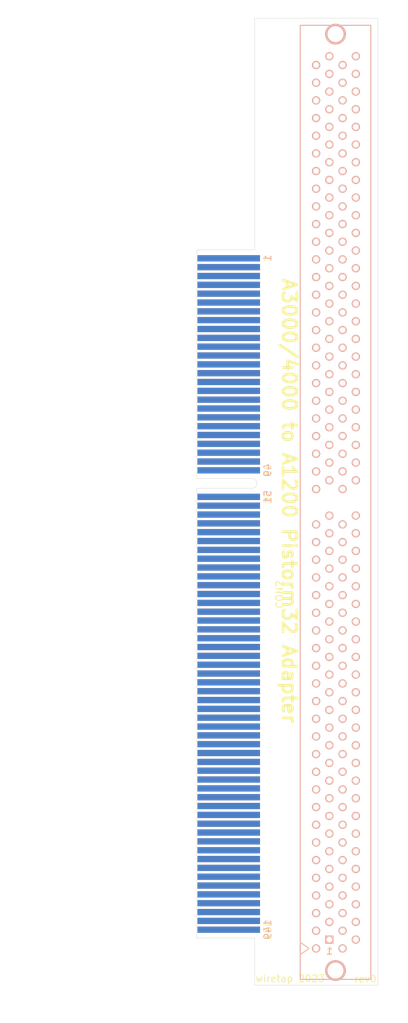
<source format=kicad_pcb>
(kicad_pcb (version 20171130) (host pcbnew "(5.1.6)-1")
  (layers (0 F.Cu signal) (1 "In1.Cu_(5V)" power) (2 "In2.Cu_(GND)" power) (31 B.Cu signal) (34 B.Paste user) (35 F.Paste user) (36 B.SilkS user) (37 F.SilkS user) (38 B.Mask user) (39 F.Mask user) (44 Edge.Cuts user))
  (net 0 "")
  (net 1 "Net-(CON1-Pad101)")
  (net 2 "Net-(CON1-Pad104)")
  (net 3 "Net-(CON1-Pad113)")
  (net 4 "Net-(CON1-Pad116)")
  (net 5 "Net-(CON1-Pad114)")
  (net 6 "Net-(CON1-Pad110)")
  (net 7 "Net-(CON1-Pad112)")
  (net 8 "Net-(CON1-Pad111)")
  (net 9 "Net-(CON1-Pad126)")
  (net 10 "Net-(CON1-Pad132)")
  (net 11 "Net-(CON1-Pad123)")
  (net 12 "Net-(CON1-Pad122)")
  (net 13 "Net-(CON1-Pad150)")
  (net 14 "Net-(CON1-Pad162)")
  (net 15 "Net-(CON1-Pad158)")
  (net 16 "Net-(CON1-Pad159)")
  (net 17 "Net-(CON1-Pad146)")
  (net 18 "Net-(CON1-Pad147)")
  (net 19 "Net-(CON1-Pad171)")
  (net 20 "Net-(CON1-Pad170)")
  (net 21 "Net-(CON1-Pad66)")
  (net 22 "Net-(CON1-Pad67)")
  (net 23 "Net-(CON1-Pad90)")
  (net 24 "Net-(CON1-Pad79)")
  (net 25 "Net-(CON1-Pad78)")
  (net 26 "Net-(CON1-Pad70)")
  (net 27 "Net-(CON1-Pad34)")
  (net 28 "Net-(CON1-Pad46)")
  (net 29 "Net-(CON1-Pad42)")
  (net 30 "Net-(CON1-Pad58)")
  (net 31 "Net-(CON1-Pad55)")
  (net 32 "Net-(CON1-Pad54)")
  (net 33 "Net-(CON1-Pad21)")
  (net 34 "Net-(CON1-Pad31)")
  (net 35 "Net-(CON1-Pad32)")
  (net 36 "Net-(CON1-Pad30)")
  (net 37 "Net-(CON1-Pad28)")
  (net 38 "Net-(CON1-Pad9)")
  (net 39 "Net-(CON1-Pad16)")
  (net 40 "Net-(CON1-Pad13)")
  (net 41 "Net-(CON2-Pad84)")
  (net 42 "Net-(CON2-Pad100)")
  (net 43 "Net-(CON2-Pad108)")
  (net 44 "Net-(CON2-Pad110)")
  (net 45 "Net-(CON2-Pad116)")
  (net 46 "Net-(CON2-Pad122)")
  (net 47 "Net-(CON2-Pad124)")
  (net 48 "Net-(CON2-Pad126)")
  (net 49 "Net-(CON2-Pad128)")
  (net 50 "Net-(CON2-Pad130)")
  (net 51 "Net-(CON2-Pad132)")
  (net 52 "Net-(CON2-Pad134)")
  (net 53 "Net-(CON2-Pad136)")
  (net 54 "Net-(CON2-Pad142)")
  (net 55 "Net-(CON2-Pad144)")
  (net 56 "Net-(CON2-Pad148)")
  (net 57 "Net-(CON2-Pad150)")
  (net 58 "Net-(CON2-Pad129)")
  (net 59 "Net-(CON2-Pad141)")
  (net 60 "Net-(CON2-Pad127)")
  (net 61 "Net-(CON2-Pad131)")
  (net 62 "Net-(CON2-Pad143)")
  (net 63 "Net-(CON2-Pad135)")
  (net 64 "Net-(CON2-Pad147)")
  (net 65 "Net-(CON2-Pad133)")
  (net 66 "Net-(CON2-Pad145)")
  (net 67 "Net-(CON2-Pad149)")
  (net 68 "Net-(CON2-Pad109)")
  (net 69 "Net-(CON2-Pad95)")
  (net 70 "Net-(CON2-Pad107)")
  (net 71 "Net-(CON2-Pad123)")
  (net 72 "Net-(CON2-Pad121)")
  (net 73 "Net-(CON2-Pad117)")
  (net 74 "Net-(CON2-Pad125)")
  (net 75 +5V)
  (net 76 /RMC)
  (net 77 /BG)
  (net 78 GND)
  (net 79 /FC2)
  (net 80 /IPL2)
  (net 81 /SIZ1)
  (net 82 /SIZ0)
  (net 83 /IPL1)
  (net 84 /IPL0)
  (net 85 /RESET)
  (net 86 /D28)
  (net 87 /D12)
  (net 88 /D11)
  (net 89 /D27)
  (net 90 /D25)
  (net 91 /D9)
  (net 92 /D10)
  (net 93 /D26)
  (net 94 /D30)
  (net 95 /D14)
  (net 96 /D13)
  (net 97 /D29)
  (net 98 /D31)
  (net 99 /D15)
  (net 100 /FPUCS)
  (net 101 /OCS)
  (net 102 /AS)
  (net 103 /CPUCLK)
  (net 104 /D16)
  (net 105 /D0)
  (net 106 /D1)
  (net 107 /D17)
  (net 108 /D19)
  (net 109 /D3)
  (net 110 /D2)
  (net 111 /D18)
  (net 112 /D22)
  (net 113 /D6)
  (net 114 /D7)
  (net 115 /D23)
  (net 116 /D21)
  (net 117 /D5)
  (net 118 /D4)
  (net 119 /D20)
  (net 120 /D24)
  (net 121 /D8)
  (net 122 /A24)
  (net 123 /A16)
  (net 124 /A21)
  (net 125 /A29)
  (net 126 /A30)
  (net 127 /A22)
  (net 128 /DSACK0)
  (net 129 /DS)
  (net 130 /ECS)
  (net 131 /A31)
  (net 132 /A23)
  (net 133 /A19)
  (net 134 /A27)
  (net 135 /INT2)
  (net 136 /A28)
  (net 137 /A20)
  (net 138 /A18)
  (net 139 /A26)
  (net 140 /A25)
  (net 141 /A17)
  (net 142 /A8)
  (net 143 /A0)
  (net 144 /A1)
  (net 145 /A9)
  (net 146 /A11)
  (net 147 /A3)
  (net 148 /A2)
  (net 149 /A10)
  (net 150 /INT6)
  (net 151 /A14)
  (net 152 /A6)
  (net 153 /A7)
  (net 154 /A15)
  (net 155 /A13)
  (net 156 /A5)
  (net 157 /A4)
  (net 158 /A12)
  (net 159 /BOSS)
  (net 160 /FC0)
  (net 161 /FC1)
  (net 162 /BERR)
  (net 163 /BR)
  (net 164 /AVEC)
  (net 165 /RW)
  (net 166 /BGACK)
  (net 167 /HLT)
  (net 168 /DSACK1)
  (net 169 /RST)
  (module SamacSys_Parts:KEL-8817-200-170S-F (layer B.Cu) (at 158.8008 96.1136 270)
    (fp_text reference CON1 hide)
    (fp_text value A3000_A4000_LOCAL_BUS_SLOT hide)
    (fp_line (start 64.135 3.81) (end 63.246 5.08) (layer B.SilkS) (width 0.15))
    (fp_line (start 63.246 5.08) (end 65.024 5.08) (layer B.SilkS) (width 0.15))
    (fp_line (start 65.024 5.08) (end 64.135 3.81) (layer B.SilkS) (width 0.15))
    (fp_line (start -68.58 5.08) (end 68.58 5.08) (layer B.SilkS) (width 0.15))
    (fp_line (start 68.58 5.08) (end 68.58 -5.08) (layer B.SilkS) (width 0.15))
    (fp_line (start 68.58 -5.08) (end -68.58 -5.08) (layer B.SilkS) (width 0.15))
    (fp_line (start -68.58 -5.08) (end -68.58 5.08) (layer B.SilkS) (width 0.15))
    (pad 103 thru_hole circle (at -3.175 -2.921 270) (size 1.2 1.2) (drill 0.8) (layers *.Cu *.Mask B.SilkS) (net 75 +5V))
    (pad 101 thru_hole circle (at -3.175 0.889 270) (size 1.2 1.2) (drill 0.8) (layers *.Cu *.Mask B.SilkS) (net 1 "Net-(CON1-Pad101)"))
    (pad 104 thru_hole circle (at -1.905 -1.016 270) (size 1.2 1.2) (drill 0.8) (layers *.Cu *.Mask B.SilkS) (net 2 "Net-(CON1-Pad104)"))
    (pad 102 thru_hole circle (at -1.905 2.794 270) (size 1.2 1.2) (drill 0.8) (layers *.Cu *.Mask B.SilkS) (net 75 +5V))
    (pad 106 thru_hole circle (at -4.445 2.794 270) (size 1.2 1.2) (drill 0.8) (layers *.Cu *.Mask B.SilkS) (net 75 +5V))
    (pad 108 thru_hole circle (at -4.445 -1.016 270) (size 1.2 1.2) (drill 0.8) (layers *.Cu *.Mask B.SilkS) (net 76 /RMC))
    (pad 105 thru_hole circle (at -5.715 0.889 270) (size 1.2 1.2) (drill 0.8) (layers *.Cu *.Mask B.SilkS) (net 77 /BG))
    (pad 107 thru_hole circle (at -5.715 -2.921 270) (size 1.2 1.2) (drill 0.8) (layers *.Cu *.Mask B.SilkS) (net 75 +5V))
    (pad 115 thru_hole circle (at -10.795 -2.921 270) (size 1.2 1.2) (drill 0.8) (layers *.Cu *.Mask B.SilkS) (net 78 GND))
    (pad 113 thru_hole circle (at -10.795 0.889 270) (size 1.2 1.2) (drill 0.8) (layers *.Cu *.Mask B.SilkS) (net 3 "Net-(CON1-Pad113)"))
    (pad 116 thru_hole circle (at -9.525 -1.016 270) (size 1.2 1.2) (drill 0.8) (layers *.Cu *.Mask B.SilkS) (net 4 "Net-(CON1-Pad116)"))
    (pad 114 thru_hole circle (at -9.525 2.794 270) (size 1.2 1.2) (drill 0.8) (layers *.Cu *.Mask B.SilkS) (net 5 "Net-(CON1-Pad114)"))
    (pad 110 thru_hole circle (at -6.985 2.794 270) (size 1.2 1.2) (drill 0.8) (layers *.Cu *.Mask B.SilkS) (net 6 "Net-(CON1-Pad110)"))
    (pad 112 thru_hole circle (at -6.985 -1.016 270) (size 1.2 1.2) (drill 0.8) (layers *.Cu *.Mask B.SilkS) (net 7 "Net-(CON1-Pad112)"))
    (pad 109 thru_hole circle (at -8.255 0.889 270) (size 1.2 1.2) (drill 0.8) (layers *.Cu *.Mask B.SilkS) (net 169 /RST))
    (pad 111 thru_hole circle (at -8.255 -2.921 270) (size 1.2 1.2) (drill 0.8) (layers *.Cu *.Mask B.SilkS) (net 8 "Net-(CON1-Pad111)"))
    (pad 127 thru_hole circle (at -18.415 -2.921 270) (size 1.2 1.2) (drill 0.8) (layers *.Cu *.Mask B.SilkS) (net 78 GND))
    (pad 125 thru_hole circle (at -18.415 0.889 270) (size 1.2 1.2) (drill 0.8) (layers *.Cu *.Mask B.SilkS) (net 79 /FC2))
    (pad 128 thru_hole circle (at -17.145 -1.016 270) (size 1.2 1.2) (drill 0.8) (layers *.Cu *.Mask B.SilkS) (net 80 /IPL2))
    (pad 126 thru_hole circle (at -17.145 2.794 270) (size 1.2 1.2) (drill 0.8) (layers *.Cu *.Mask B.SilkS) (net 9 "Net-(CON1-Pad126)"))
    (pad 130 thru_hole circle (at -19.685 2.794 270) (size 1.2 1.2) (drill 0.8) (layers *.Cu *.Mask B.SilkS) (net 78 GND))
    (pad 132 thru_hole circle (at -19.685 -1.016 270) (size 1.2 1.2) (drill 0.8) (layers *.Cu *.Mask B.SilkS) (net 10 "Net-(CON1-Pad132)"))
    (pad 129 thru_hole circle (at -20.955 0.889 270) (size 1.2 1.2) (drill 0.8) (layers *.Cu *.Mask B.SilkS) (net 81 /SIZ1))
    (pad 131 thru_hole circle (at -20.955 -2.921 270) (size 1.2 1.2) (drill 0.8) (layers *.Cu *.Mask B.SilkS) (net 78 GND))
    (pad 123 thru_hole circle (at -15.875 -2.921 270) (size 1.2 1.2) (drill 0.8) (layers *.Cu *.Mask B.SilkS) (net 11 "Net-(CON1-Pad123)"))
    (pad 121 thru_hole circle (at -15.875 0.889 270) (size 1.2 1.2) (drill 0.8) (layers *.Cu *.Mask B.SilkS) (net 82 /SIZ0))
    (pad 124 thru_hole circle (at -14.605 -1.016 270) (size 1.2 1.2) (drill 0.8) (layers *.Cu *.Mask B.SilkS) (net 83 /IPL1))
    (pad 122 thru_hole circle (at -14.605 2.794 270) (size 1.2 1.2) (drill 0.8) (layers *.Cu *.Mask B.SilkS) (net 12 "Net-(CON1-Pad122)"))
    (pad 118 thru_hole circle (at -12.065 2.794 270) (size 1.2 1.2) (drill 0.8) (layers *.Cu *.Mask B.SilkS) (net 78 GND))
    (pad 120 thru_hole circle (at -12.065 -1.016 270) (size 1.2 1.2) (drill 0.8) (layers *.Cu *.Mask B.SilkS) (net 84 /IPL0))
    (pad 117 thru_hole circle (at -13.335 0.889 270) (size 1.2 1.2) (drill 0.8) (layers *.Cu *.Mask B.SilkS) (net 85 /RESET))
    (pad 119 thru_hole circle (at -13.335 -2.921 270) (size 1.2 1.2) (drill 0.8) (layers *.Cu *.Mask B.SilkS) (net 78 GND))
    (pad 151 thru_hole circle (at -33.655 -2.921 270) (size 1.2 1.2) (drill 0.8) (layers *.Cu *.Mask B.SilkS) (net 78 GND))
    (pad 149 thru_hole circle (at -33.655 0.889 270) (size 1.2 1.2) (drill 0.8) (layers *.Cu *.Mask B.SilkS) (net 86 /D28))
    (pad 152 thru_hole circle (at -32.385 -1.016 270) (size 1.2 1.2) (drill 0.8) (layers *.Cu *.Mask B.SilkS) (net 87 /D12))
    (pad 150 thru_hole circle (at -32.385 2.794 270) (size 1.2 1.2) (drill 0.8) (layers *.Cu *.Mask B.SilkS) (net 13 "Net-(CON1-Pad150)"))
    (pad 154 thru_hole circle (at -34.925 2.794 270) (size 1.2 1.2) (drill 0.8) (layers *.Cu *.Mask B.SilkS) (net 78 GND))
    (pad 156 thru_hole circle (at -34.925 -1.016 270) (size 1.2 1.2) (drill 0.8) (layers *.Cu *.Mask B.SilkS) (net 88 /D11))
    (pad 153 thru_hole circle (at -36.195 0.889 270) (size 1.2 1.2) (drill 0.8) (layers *.Cu *.Mask B.SilkS) (net 89 /D27))
    (pad 155 thru_hole circle (at -36.195 -2.921 270) (size 1.2 1.2) (drill 0.8) (layers *.Cu *.Mask B.SilkS) (net 78 GND))
    (pad 163 thru_hole circle (at -41.275 -2.921 270) (size 1.2 1.2) (drill 0.8) (layers *.Cu *.Mask B.SilkS) (net 78 GND))
    (pad 161 thru_hole circle (at -41.275 0.889 270) (size 1.2 1.2) (drill 0.8) (layers *.Cu *.Mask B.SilkS) (net 90 /D25))
    (pad 164 thru_hole circle (at -40.005 -1.016 270) (size 1.2 1.2) (drill 0.8) (layers *.Cu *.Mask B.SilkS) (net 91 /D9))
    (pad 162 thru_hole circle (at -40.005 2.794 270) (size 1.2 1.2) (drill 0.8) (layers *.Cu *.Mask B.SilkS) (net 14 "Net-(CON1-Pad162)"))
    (pad 158 thru_hole circle (at -37.465 2.794 270) (size 1.2 1.2) (drill 0.8) (layers *.Cu *.Mask B.SilkS) (net 15 "Net-(CON1-Pad158)"))
    (pad 160 thru_hole circle (at -37.465 -1.016 270) (size 1.2 1.2) (drill 0.8) (layers *.Cu *.Mask B.SilkS) (net 92 /D10))
    (pad 157 thru_hole circle (at -38.735 0.889 270) (size 1.2 1.2) (drill 0.8) (layers *.Cu *.Mask B.SilkS) (net 93 /D26))
    (pad 159 thru_hole circle (at -38.735 -2.921 270) (size 1.2 1.2) (drill 0.8) (layers *.Cu *.Mask B.SilkS) (net 16 "Net-(CON1-Pad159)"))
    (pad 143 thru_hole circle (at -28.575 -2.921 270) (size 1.2 1.2) (drill 0.8) (layers *.Cu *.Mask B.SilkS) (net 78 GND))
    (pad 141 thru_hole circle (at -28.575 0.889 270) (size 1.2 1.2) (drill 0.8) (layers *.Cu *.Mask B.SilkS) (net 94 /D30))
    (pad 144 thru_hole circle (at -27.305 -1.016 270) (size 1.2 1.2) (drill 0.8) (layers *.Cu *.Mask B.SilkS) (net 95 /D14))
    (pad 142 thru_hole circle (at -27.305 2.794 270) (size 1.2 1.2) (drill 0.8) (layers *.Cu *.Mask B.SilkS) (net 78 GND))
    (pad 146 thru_hole circle (at -29.845 2.794 270) (size 1.2 1.2) (drill 0.8) (layers *.Cu *.Mask B.SilkS) (net 17 "Net-(CON1-Pad146)"))
    (pad 148 thru_hole circle (at -29.845 -1.016 270) (size 1.2 1.2) (drill 0.8) (layers *.Cu *.Mask B.SilkS) (net 96 /D13))
    (pad 145 thru_hole circle (at -31.115 0.889 270) (size 1.2 1.2) (drill 0.8) (layers *.Cu *.Mask B.SilkS) (net 97 /D29))
    (pad 147 thru_hole circle (at -31.115 -2.921 270) (size 1.2 1.2) (drill 0.8) (layers *.Cu *.Mask B.SilkS) (net 18 "Net-(CON1-Pad147)"))
    (pad 139 thru_hole circle (at -26.035 -2.921 270) (size 1.2 1.2) (drill 0.8) (layers *.Cu *.Mask B.SilkS) (net 78 GND))
    (pad 137 thru_hole circle (at -26.035 0.889 270) (size 1.2 1.2) (drill 0.8) (layers *.Cu *.Mask B.SilkS) (net 98 /D31))
    (pad 140 thru_hole circle (at -24.765 -1.016 270) (size 1.2 1.2) (drill 0.8) (layers *.Cu *.Mask B.SilkS) (net 99 /D15))
    (pad 138 thru_hole circle (at -24.765 2.794 270) (size 1.2 1.2) (drill 0.8) (layers *.Cu *.Mask B.SilkS) (net 78 GND))
    (pad 134 thru_hole circle (at -22.225 2.794 270) (size 1.2 1.2) (drill 0.8) (layers *.Cu *.Mask B.SilkS) (net 100 /FPUCS))
    (pad 136 thru_hole circle (at -22.225 -1.016 270) (size 1.2 1.2) (drill 0.8) (layers *.Cu *.Mask B.SilkS) (net 101 /OCS))
    (pad 133 thru_hole circle (at -23.495 0.889 270) (size 1.2 1.2) (drill 0.8) (layers *.Cu *.Mask B.SilkS) (net 102 /AS))
    (pad 135 thru_hole circle (at -23.495 -2.921 270) (size 1.2 1.2) (drill 0.8) (layers *.Cu *.Mask B.SilkS) (net 103 /CPUCLK))
    (pad 171 thru_hole circle (at -46.355 -2.921 270) (size 1.2 1.2) (drill 0.8) (layers *.Cu *.Mask B.SilkS) (net 19 "Net-(CON1-Pad171)"))
    (pad 169 thru_hole circle (at -46.355 0.889 270) (size 1.2 1.2) (drill 0.8) (layers *.Cu *.Mask B.SilkS) (net 104 /D16))
    (pad 172 thru_hole circle (at -45.085 -1.016 270) (size 1.2 1.2) (drill 0.8) (layers *.Cu *.Mask B.SilkS) (net 105 /D0))
    (pad 170 thru_hole circle (at -45.085 2.794 270) (size 1.2 1.2) (drill 0.8) (layers *.Cu *.Mask B.SilkS) (net 20 "Net-(CON1-Pad170)"))
    (pad 174 thru_hole circle (at -47.625 2.794 270) (size 1.2 1.2) (drill 0.8) (layers *.Cu *.Mask B.SilkS) (net 75 +5V))
    (pad 176 thru_hole circle (at -47.625 -1.016 270) (size 1.2 1.2) (drill 0.8) (layers *.Cu *.Mask B.SilkS) (net 106 /D1))
    (pad 173 thru_hole circle (at -48.895 0.889 270) (size 1.2 1.2) (drill 0.8) (layers *.Cu *.Mask B.SilkS) (net 107 /D17))
    (pad 175 thru_hole circle (at -48.895 -2.921 270) (size 1.2 1.2) (drill 0.8) (layers *.Cu *.Mask B.SilkS) (net 75 +5V))
    (pad 183 thru_hole circle (at -53.975 -2.921 270) (size 1.2 1.2) (drill 0.8) (layers *.Cu *.Mask B.SilkS) (net 75 +5V))
    (pad 181 thru_hole circle (at -53.975 0.889 270) (size 1.2 1.2) (drill 0.8) (layers *.Cu *.Mask B.SilkS) (net 108 /D19))
    (pad 184 thru_hole circle (at -52.705 -1.016 270) (size 1.2 1.2) (drill 0.8) (layers *.Cu *.Mask B.SilkS) (net 109 /D3))
    (pad 182 thru_hole circle (at -52.705 2.794 270) (size 1.2 1.2) (drill 0.8) (layers *.Cu *.Mask B.SilkS) (net 75 +5V))
    (pad 178 thru_hole circle (at -50.165 2.794 270) (size 1.2 1.2) (drill 0.8) (layers *.Cu *.Mask B.SilkS) (net 75 +5V))
    (pad 180 thru_hole circle (at -50.165 -1.016 270) (size 1.2 1.2) (drill 0.8) (layers *.Cu *.Mask B.SilkS) (net 110 /D2))
    (pad 177 thru_hole circle (at -51.435 0.889 270) (size 1.2 1.2) (drill 0.8) (layers *.Cu *.Mask B.SilkS) (net 111 /D18))
    (pad 179 thru_hole circle (at -51.435 -2.921 270) (size 1.2 1.2) (drill 0.8) (layers *.Cu *.Mask B.SilkS) (net 75 +5V))
    (pad 195 thru_hole circle (at -61.595 -2.921 270) (size 1.2 1.2) (drill 0.8) (layers *.Cu *.Mask B.SilkS) (net 78 GND))
    (pad 193 thru_hole circle (at -61.595 0.889 270) (size 1.2 1.2) (drill 0.8) (layers *.Cu *.Mask B.SilkS) (net 112 /D22))
    (pad 196 thru_hole circle (at -60.325 -1.016 270) (size 1.2 1.2) (drill 0.8) (layers *.Cu *.Mask B.SilkS) (net 113 /D6))
    (pad 194 thru_hole circle (at -60.325 2.794 270) (size 1.2 1.2) (drill 0.8) (layers *.Cu *.Mask B.SilkS) (net 78 GND))
    (pad 198 thru_hole circle (at -62.865 2.794 270) (size 1.2 1.2) (drill 0.8) (layers *.Cu *.Mask B.SilkS) (net 78 GND))
    (pad 200 thru_hole circle (at -62.865 -1.016 270) (size 1.2 1.2) (drill 0.8) (layers *.Cu *.Mask B.SilkS) (net 114 /D7))
    (pad 197 thru_hole circle (at -64.135 0.889 270) (size 1.2 1.2) (drill 0.8) (layers *.Cu *.Mask B.SilkS) (net 115 /D23))
    (pad 199 thru_hole circle (at -64.135 -2.921 270) (size 1.2 1.2) (drill 0.8) (layers *.Cu *.Mask B.SilkS) (net 78 GND))
    (pad 191 thru_hole circle (at -59.055 -2.921 270) (size 1.2 1.2) (drill 0.8) (layers *.Cu *.Mask B.SilkS) (net 78 GND))
    (pad 189 thru_hole circle (at -59.055 0.889 270) (size 1.2 1.2) (drill 0.8) (layers *.Cu *.Mask B.SilkS) (net 116 /D21))
    (pad 192 thru_hole circle (at -57.785 -1.016 270) (size 1.2 1.2) (drill 0.8) (layers *.Cu *.Mask B.SilkS) (net 117 /D5))
    (pad 190 thru_hole circle (at -57.785 2.794 270) (size 1.2 1.2) (drill 0.8) (layers *.Cu *.Mask B.SilkS) (net 78 GND))
    (pad 186 thru_hole circle (at -55.245 2.794 270) (size 1.2 1.2) (drill 0.8) (layers *.Cu *.Mask B.SilkS) (net 75 +5V))
    (pad 188 thru_hole circle (at -55.245 -1.016 270) (size 1.2 1.2) (drill 0.8) (layers *.Cu *.Mask B.SilkS) (net 118 /D4))
    (pad 185 thru_hole circle (at -56.515 0.889 270) (size 1.2 1.2) (drill 0.8) (layers *.Cu *.Mask B.SilkS) (net 119 /D20))
    (pad 187 thru_hole circle (at -56.515 -2.921 270) (size 1.2 1.2) (drill 0.8) (layers *.Cu *.Mask B.SilkS) (net 75 +5V))
    (pad 167 thru_hole circle (at -43.815 -2.921 270) (size 1.2 1.2) (drill 0.8) (layers *.Cu *.Mask B.SilkS) (net 78 GND))
    (pad 165 thru_hole circle (at -43.815 0.889 270) (size 1.2 1.2) (drill 0.8) (layers *.Cu *.Mask B.SilkS) (net 120 /D24))
    (pad 168 thru_hole circle (at -42.545 -1.016 270) (size 1.2 1.2) (drill 0.8) (layers *.Cu *.Mask B.SilkS) (net 121 /D8))
    (pad 166 thru_hole circle (at -42.545 2.794 270) (size 1.2 1.2) (drill 0.8) (layers *.Cu *.Mask B.SilkS) (net 78 GND))
    (pad 66 thru_hole circle (at 23.495 2.794 270) (size 1.2 1.2) (drill 0.8) (layers *.Cu *.Mask B.SilkS) (net 21 "Net-(CON1-Pad66)"))
    (pad 68 thru_hole circle (at 23.495 -1.016 270) (size 1.2 1.2) (drill 0.8) (layers *.Cu *.Mask B.SilkS) (net 122 /A24))
    (pad 65 thru_hole circle (at 22.225 0.889 270) (size 1.2 1.2) (drill 0.8) (layers *.Cu *.Mask B.SilkS) (net 123 /A16))
    (pad 67 thru_hole circle (at 22.225 -2.921 270) (size 1.2 1.2) (drill 0.8) (layers *.Cu *.Mask B.SilkS) (net 22 "Net-(CON1-Pad67)"))
    (pad 87 thru_hole circle (at 9.525 -2.921 270) (size 1.2 1.2) (drill 0.8) (layers *.Cu *.Mask B.SilkS) (net 78 GND))
    (pad 85 thru_hole circle (at 9.525 0.889 270) (size 1.2 1.2) (drill 0.8) (layers *.Cu *.Mask B.SilkS) (net 124 /A21))
    (pad 88 thru_hole circle (at 10.795 -1.016 270) (size 1.2 1.2) (drill 0.8) (layers *.Cu *.Mask B.SilkS) (net 125 /A29))
    (pad 86 thru_hole circle (at 10.795 2.794 270) (size 1.2 1.2) (drill 0.8) (layers *.Cu *.Mask B.SilkS) (net 78 GND))
    (pad 90 thru_hole circle (at 8.255 2.794 270) (size 1.2 1.2) (drill 0.8) (layers *.Cu *.Mask B.SilkS) (net 23 "Net-(CON1-Pad90)"))
    (pad 92 thru_hole circle (at 8.255 -1.016 270) (size 1.2 1.2) (drill 0.8) (layers *.Cu *.Mask B.SilkS) (net 126 /A30))
    (pad 89 thru_hole circle (at 6.985 0.889 270) (size 1.2 1.2) (drill 0.8) (layers *.Cu *.Mask B.SilkS) (net 127 /A22))
    (pad 91 thru_hole circle (at 6.985 -2.921 270) (size 1.2 1.2) (drill 0.8) (layers *.Cu *.Mask B.SilkS) (net 128 /DSACK0))
    (pad 99 thru_hole circle (at 1.905 -2.921 270) (size 1.2 1.2) (drill 0.8) (layers *.Cu *.Mask B.SilkS) (net 75 +5V))
    (pad 97 thru_hole circle (at 1.905 0.889 270) (size 1.2 1.2) (drill 0.8) (layers *.Cu *.Mask B.SilkS) (net 129 /DS))
    (pad 100 thru_hole circle (at 3.175 -1.016 270) (size 1.2 1.2) (drill 0.8) (layers *.Cu *.Mask B.SilkS) (net 130 /ECS))
    (pad 98 thru_hole circle (at 3.175 2.794 270) (size 1.2 1.2) (drill 0.8) (layers *.Cu *.Mask B.SilkS) (net 75 +5V))
    (pad 94 thru_hole circle (at 5.715 2.794 270) (size 1.2 1.2) (drill 0.8) (layers *.Cu *.Mask B.SilkS) (net 75 +5V))
    (pad 96 thru_hole circle (at 5.715 -1.016 270) (size 1.2 1.2) (drill 0.8) (layers *.Cu *.Mask B.SilkS) (net 131 /A31))
    (pad 93 thru_hole circle (at 4.445 0.889 270) (size 1.2 1.2) (drill 0.8) (layers *.Cu *.Mask B.SilkS) (net 132 /A23))
    (pad 95 thru_hole circle (at 4.445 -2.921 270) (size 1.2 1.2) (drill 0.8) (layers *.Cu *.Mask B.SilkS) (net 75 +5V))
    (pad 79 thru_hole circle (at 14.605 -2.921 270) (size 1.2 1.2) (drill 0.8) (layers *.Cu *.Mask B.SilkS) (net 24 "Net-(CON1-Pad79)"))
    (pad 77 thru_hole circle (at 14.605 0.889 270) (size 1.2 1.2) (drill 0.8) (layers *.Cu *.Mask B.SilkS) (net 133 /A19))
    (pad 80 thru_hole circle (at 15.875 -1.016 270) (size 1.2 1.2) (drill 0.8) (layers *.Cu *.Mask B.SilkS) (net 134 /A27))
    (pad 78 thru_hole circle (at 15.875 2.794 270) (size 1.2 1.2) (drill 0.8) (layers *.Cu *.Mask B.SilkS) (net 25 "Net-(CON1-Pad78)"))
    (pad 82 thru_hole circle (at 13.335 2.794 270) (size 1.2 1.2) (drill 0.8) (layers *.Cu *.Mask B.SilkS) (net 135 /INT2))
    (pad 84 thru_hole circle (at 13.335 -1.016 270) (size 1.2 1.2) (drill 0.8) (layers *.Cu *.Mask B.SilkS) (net 136 /A28))
    (pad 81 thru_hole circle (at 12.065 0.889 270) (size 1.2 1.2) (drill 0.8) (layers *.Cu *.Mask B.SilkS) (net 137 /A20))
    (pad 83 thru_hole circle (at 12.065 -2.921 270) (size 1.2 1.2) (drill 0.8) (layers *.Cu *.Mask B.SilkS) (net 78 GND))
    (pad 75 thru_hole circle (at 17.145 -2.921 270) (size 1.2 1.2) (drill 0.8) (layers *.Cu *.Mask B.SilkS) (net 78 GND))
    (pad 73 thru_hole circle (at 17.145 0.889 270) (size 1.2 1.2) (drill 0.8) (layers *.Cu *.Mask B.SilkS) (net 138 /A18))
    (pad 76 thru_hole circle (at 18.415 -1.016 270) (size 1.2 1.2) (drill 0.8) (layers *.Cu *.Mask B.SilkS) (net 139 /A26))
    (pad 74 thru_hole circle (at 18.415 2.794 270) (size 1.2 1.2) (drill 0.8) (layers *.Cu *.Mask B.SilkS) (net 78 GND))
    (pad 70 thru_hole circle (at 20.955 2.794 270) (size 1.2 1.2) (drill 0.8) (layers *.Cu *.Mask B.SilkS) (net 26 "Net-(CON1-Pad70)"))
    (pad 72 thru_hole circle (at 20.955 -1.016 270) (size 1.2 1.2) (drill 0.8) (layers *.Cu *.Mask B.SilkS) (net 140 /A25))
    (pad 69 thru_hole circle (at 19.685 0.889 270) (size 1.2 1.2) (drill 0.8) (layers *.Cu *.Mask B.SilkS) (net 141 /A17))
    (pad 71 thru_hole circle (at 19.685 -2.921 270) (size 1.2 1.2) (drill 0.8) (layers *.Cu *.Mask B.SilkS) (net 78 GND))
    (pad 35 thru_hole circle (at 42.545 -2.921 270) (size 1.2 1.2) (drill 0.8) (layers *.Cu *.Mask B.SilkS) (net 78 GND))
    (pad 33 thru_hole circle (at 42.545 0.889 270) (size 1.2 1.2) (drill 0.8) (layers *.Cu *.Mask B.SilkS) (net 142 /A8))
    (pad 36 thru_hole circle (at 43.815 -1.016 270) (size 1.2 1.2) (drill 0.8) (layers *.Cu *.Mask B.SilkS) (net 143 /A0))
    (pad 34 thru_hole circle (at 43.815 2.794 270) (size 1.2 1.2) (drill 0.8) (layers *.Cu *.Mask B.SilkS) (net 27 "Net-(CON1-Pad34)"))
    (pad 38 thru_hole circle (at 41.275 2.794 270) (size 1.2 1.2) (drill 0.8) (layers *.Cu *.Mask B.SilkS) (net 78 GND))
    (pad 40 thru_hole circle (at 41.275 -1.016 270) (size 1.2 1.2) (drill 0.8) (layers *.Cu *.Mask B.SilkS) (net 144 /A1))
    (pad 37 thru_hole circle (at 40.005 0.889 270) (size 1.2 1.2) (drill 0.8) (layers *.Cu *.Mask B.SilkS) (net 145 /A9))
    (pad 39 thru_hole circle (at 40.005 -2.921 270) (size 1.2 1.2) (drill 0.8) (layers *.Cu *.Mask B.SilkS) (net 78 GND))
    (pad 47 thru_hole circle (at 34.925 -2.921 270) (size 1.2 1.2) (drill 0.8) (layers *.Cu *.Mask B.SilkS) (net 78 GND))
    (pad 45 thru_hole circle (at 34.925 0.889 270) (size 1.2 1.2) (drill 0.8) (layers *.Cu *.Mask B.SilkS) (net 146 /A11))
    (pad 48 thru_hole circle (at 36.195 -1.016 270) (size 1.2 1.2) (drill 0.8) (layers *.Cu *.Mask B.SilkS) (net 147 /A3))
    (pad 46 thru_hole circle (at 36.195 2.794 270) (size 1.2 1.2) (drill 0.8) (layers *.Cu *.Mask B.SilkS) (net 28 "Net-(CON1-Pad46)"))
    (pad 42 thru_hole circle (at 38.735 2.794 270) (size 1.2 1.2) (drill 0.8) (layers *.Cu *.Mask B.SilkS) (net 29 "Net-(CON1-Pad42)"))
    (pad 44 thru_hole circle (at 38.735 -1.016 270) (size 1.2 1.2) (drill 0.8) (layers *.Cu *.Mask B.SilkS) (net 148 /A2))
    (pad 41 thru_hole circle (at 37.465 0.889 270) (size 1.2 1.2) (drill 0.8) (layers *.Cu *.Mask B.SilkS) (net 149 /A10))
    (pad 43 thru_hole circle (at 37.465 -2.921 270) (size 1.2 1.2) (drill 0.8) (layers *.Cu *.Mask B.SilkS) (net 150 /INT6))
    (pad 59 thru_hole circle (at 27.305 -2.921 270) (size 1.2 1.2) (drill 0.8) (layers *.Cu *.Mask B.SilkS) (net 78 GND))
    (pad 57 thru_hole circle (at 27.305 0.889 270) (size 1.2 1.2) (drill 0.8) (layers *.Cu *.Mask B.SilkS) (net 151 /A14))
    (pad 60 thru_hole circle (at 28.575 -1.016 270) (size 1.2 1.2) (drill 0.8) (layers *.Cu *.Mask B.SilkS) (net 152 /A6))
    (pad 58 thru_hole circle (at 28.575 2.794 270) (size 1.2 1.2) (drill 0.8) (layers *.Cu *.Mask B.SilkS) (net 30 "Net-(CON1-Pad58)"))
    (pad 62 thru_hole circle (at 26.035 2.794 270) (size 1.2 1.2) (drill 0.8) (layers *.Cu *.Mask B.SilkS) (net 78 GND))
    (pad 64 thru_hole circle (at 26.035 -1.016 270) (size 1.2 1.2) (drill 0.8) (layers *.Cu *.Mask B.SilkS) (net 153 /A7))
    (pad 61 thru_hole circle (at 24.765 0.889 270) (size 1.2 1.2) (drill 0.8) (layers *.Cu *.Mask B.SilkS) (net 154 /A15))
    (pad 63 thru_hole circle (at 24.765 -2.921 270) (size 1.2 1.2) (drill 0.8) (layers *.Cu *.Mask B.SilkS) (net 78 GND))
    (pad 55 thru_hole circle (at 29.845 -2.921 270) (size 1.2 1.2) (drill 0.8) (layers *.Cu *.Mask B.SilkS) (net 31 "Net-(CON1-Pad55)"))
    (pad 53 thru_hole circle (at 29.845 0.889 270) (size 1.2 1.2) (drill 0.8) (layers *.Cu *.Mask B.SilkS) (net 155 /A13))
    (pad 56 thru_hole circle (at 31.115 -1.016 270) (size 1.2 1.2) (drill 0.8) (layers *.Cu *.Mask B.SilkS) (net 156 /A5))
    (pad 54 thru_hole circle (at 31.115 2.794 270) (size 1.2 1.2) (drill 0.8) (layers *.Cu *.Mask B.SilkS) (net 32 "Net-(CON1-Pad54)"))
    (pad 50 thru_hole circle (at 33.655 2.794 270) (size 1.2 1.2) (drill 0.8) (layers *.Cu *.Mask B.SilkS) (net 78 GND))
    (pad 52 thru_hole circle (at 33.655 -1.016 270) (size 1.2 1.2) (drill 0.8) (layers *.Cu *.Mask B.SilkS) (net 157 /A4))
    (pad 49 thru_hole circle (at 32.385 0.889 270) (size 1.2 1.2) (drill 0.8) (layers *.Cu *.Mask B.SilkS) (net 158 /A12))
    (pad 51 thru_hole circle (at 32.385 -2.921 270) (size 1.2 1.2) (drill 0.8) (layers *.Cu *.Mask B.SilkS) (net 78 GND))
    (pad 19 thru_hole circle (at 52.705 -2.921 270) (size 1.2 1.2) (drill 0.8) (layers *.Cu *.Mask B.SilkS) (net 75 +5V))
    (pad 17 thru_hole circle (at 52.705 0.889 270) (size 1.2 1.2) (drill 0.8) (layers *.Cu *.Mask B.SilkS) (net 159 /BOSS))
    (pad 20 thru_hole circle (at 53.975 -1.016 270) (size 1.2 1.2) (drill 0.8) (layers *.Cu *.Mask B.SilkS) (net 160 /FC0))
    (pad 18 thru_hole circle (at 53.975 2.794 270) (size 1.2 1.2) (drill 0.8) (layers *.Cu *.Mask B.SilkS) (net 75 +5V))
    (pad 22 thru_hole circle (at 51.435 2.794 270) (size 1.2 1.2) (drill 0.8) (layers *.Cu *.Mask B.SilkS) (net 75 +5V))
    (pad 24 thru_hole circle (at 51.435 -1.016 270) (size 1.2 1.2) (drill 0.8) (layers *.Cu *.Mask B.SilkS) (net 161 /FC1))
    (pad 21 thru_hole circle (at 50.165 0.889 270) (size 1.2 1.2) (drill 0.8) (layers *.Cu *.Mask B.SilkS) (net 33 "Net-(CON1-Pad21)"))
    (pad 23 thru_hole circle (at 50.165 -2.921 270) (size 1.2 1.2) (drill 0.8) (layers *.Cu *.Mask B.SilkS) (net 75 +5V))
    (pad 31 thru_hole circle (at 45.085 -2.921 270) (size 1.2 1.2) (drill 0.8) (layers *.Cu *.Mask B.SilkS) (net 34 "Net-(CON1-Pad31)"))
    (pad 29 thru_hole circle (at 45.085 0.889 270) (size 1.2 1.2) (drill 0.8) (layers *.Cu *.Mask B.SilkS) (net 162 /BERR))
    (pad 32 thru_hole circle (at 46.355 -1.016 270) (size 1.2 1.2) (drill 0.8) (layers *.Cu *.Mask B.SilkS) (net 35 "Net-(CON1-Pad32)"))
    (pad 30 thru_hole circle (at 46.355 2.794 270) (size 1.2 1.2) (drill 0.8) (layers *.Cu *.Mask B.SilkS) (net 36 "Net-(CON1-Pad30)"))
    (pad 26 thru_hole circle (at 48.895 2.794 270) (size 1.2 1.2) (drill 0.8) (layers *.Cu *.Mask B.SilkS) (net 75 +5V))
    (pad 28 thru_hole circle (at 48.895 -1.016 270) (size 1.2 1.2) (drill 0.8) (layers *.Cu *.Mask B.SilkS) (net 37 "Net-(CON1-Pad28)"))
    (pad 25 thru_hole circle (at 47.625 0.889 270) (size 1.2 1.2) (drill 0.8) (layers *.Cu *.Mask B.SilkS) (net 163 /BR))
    (pad 27 thru_hole circle (at 47.625 -2.921 270) (size 1.2 1.2) (drill 0.8) (layers *.Cu *.Mask B.SilkS) (net 75 +5V))
    (pad 11 thru_hole circle (at 57.785 -2.921 270) (size 1.2 1.2) (drill 0.8) (layers *.Cu *.Mask B.SilkS) (net 78 GND))
    (pad 9 thru_hole circle (at 57.785 0.889 270) (size 1.2 1.2) (drill 0.8) (layers *.Cu *.Mask B.SilkS) (net 38 "Net-(CON1-Pad9)"))
    (pad 12 thru_hole circle (at 59.055 -1.016 270) (size 1.2 1.2) (drill 0.8) (layers *.Cu *.Mask B.SilkS) (net 164 /AVEC))
    (pad 10 thru_hole circle (at 59.055 2.794 270) (size 1.2 1.2) (drill 0.8) (layers *.Cu *.Mask B.SilkS) (net 78 GND))
    (pad 14 thru_hole circle (at 56.515 2.794 270) (size 1.2 1.2) (drill 0.8) (layers *.Cu *.Mask B.SilkS) (net 75 +5V))
    (pad 16 thru_hole circle (at 56.515 -1.016 270) (size 1.2 1.2) (drill 0.8) (layers *.Cu *.Mask B.SilkS) (net 39 "Net-(CON1-Pad16)"))
    (pad 13 thru_hole circle (at 55.245 0.889 270) (size 1.2 1.2) (drill 0.8) (layers *.Cu *.Mask B.SilkS) (net 40 "Net-(CON1-Pad13)"))
    (pad 15 thru_hole circle (at 55.245 -2.921 270) (size 1.2 1.2) (drill 0.8) (layers *.Cu *.Mask B.SilkS) (net 75 +5V))
    (pad 7 thru_hole circle (at 60.325 -2.921 270) (size 1.2 1.2) (drill 0.8) (layers *.Cu *.Mask B.SilkS) (net 78 GND))
    (pad 5 thru_hole circle (at 60.325 0.889 270) (size 1.2 1.2) (drill 0.8) (layers *.Cu *.Mask B.SilkS) (net 165 /RW))
    (pad 8 thru_hole circle (at 61.595 -1.016 270) (size 1.2 1.2) (drill 0.8) (layers *.Cu *.Mask B.SilkS) (net 166 /BGACK))
    (pad 6 thru_hole circle (at 61.595 2.794 270) (size 1.2 1.2) (drill 0.8) (layers *.Cu *.Mask B.SilkS) (net 78 GND))
    (pad 2 thru_hole circle (at 64.135 2.794 270) (size 1.2 1.2) (drill 0.8) (layers *.Cu *.Mask B.SilkS) (net 78 GND))
    (pad 4 thru_hole circle (at 64.135 -1.016 270) (size 1.2 1.2) (drill 0.8) (layers *.Cu *.Mask B.SilkS) (net 167 /HLT))
    (pad 1 thru_hole rect (at 62.865 0.889 270) (size 1.2 1.2) (drill 0.8) (layers *.Cu *.Mask B.SilkS) (net 168 /DSACK1))
    (pad 3 thru_hole circle (at 62.865 -2.921 270) (size 1.2 1.2) (drill 0.8) (layers *.Cu *.Mask B.SilkS) (net 78 GND))
    (pad "" thru_hole circle (at -67.31 0 270) (size 3 3) (drill 2.3) (layers *.Cu *.Mask B.SilkS))
    (pad "" thru_hole circle (at 67.31 0 270) (size 3 3) (drill 2.3) (layers *.Cu *.Mask B.SilkS))
  )
  (module SamacSys_Parts:A1200-EXP (layer F.Cu) (at 143.43126 109.2962 270)
    (fp_text reference CON2 (at 0.06096 -7.31266 90) (layer F.SilkS))
    (fp_text value A1200-EXP)
    (fp_text user 2 (at -48.26 -5.60832 270) (layer F.SilkS))
    (fp_text user 50 (at -17.79016 -5.61086 90) (layer F.SilkS))
    (fp_text user 52 (at -13.96238 -5.61086 90) (layer F.SilkS))
    (fp_text user 150 (at 48.26762 -5.60578 90) (layer F.SilkS))
    (fp_text user 1 (at -48.2854 -5.61086 90) (layer B.SilkS) (effects (justify mirror)))
    (fp_text user 49 (at -17.79778 -5.60324 90) (layer B.SilkS) (effects (justify mirror)))
    (fp_text user 51 (at -13.96238 -5.61086 90) (layer B.SilkS) (effects (justify mirror)))
    (fp_text user 149 (at 48.26 -5.60324 90) (layer B.SilkS) (effects (justify mirror)))
    (pad 2 smd rect (at -48.26 0 270) (size 0.9 9) (layers F.Cu F.Paste F.Mask) (net 126 /A30))
    (pad 4 smd rect (at -46.99 0 270) (size 0.9 9) (layers F.Cu F.Paste F.Mask) (net 136 /A28))
    (pad 6 smd rect (at -45.72 0 270) (size 0.9 9) (layers F.Cu F.Paste F.Mask) (net 139 /A26))
    (pad 8 smd rect (at -44.45 0 270) (size 0.9 9) (layers F.Cu F.Paste F.Mask) (net 122 /A24))
    (pad 10 smd rect (at -43.18 0 270) (size 0.9 9) (layers F.Cu F.Paste F.Mask) (net 75 +5V))
    (pad 12 smd rect (at -41.91 0 270) (size 0.9 9) (layers F.Cu F.Paste F.Mask) (net 127 /A22))
    (pad 14 smd rect (at -40.64 0 270) (size 0.9 9) (layers F.Cu F.Paste F.Mask) (net 137 /A20))
    (pad 16 smd rect (at -39.37 0 270) (size 0.9 9) (layers F.Cu F.Paste F.Mask) (net 138 /A18))
    (pad 18 smd rect (at -38.1 0 270) (size 0.9 9) (layers F.Cu F.Paste F.Mask) (net 123 /A16))
    (pad 20 smd rect (at -36.83 0 270) (size 0.9 9) (layers F.Cu F.Paste F.Mask) (net 75 +5V))
    (pad 22 smd rect (at -35.56 0 270) (size 0.9 9) (layers F.Cu F.Paste F.Mask) (net 151 /A14))
    (pad 24 smd rect (at -34.29 0 270) (size 0.9 9) (layers F.Cu F.Paste F.Mask) (net 158 /A12))
    (pad 26 smd rect (at -33.02 0 270) (size 0.9 9) (layers F.Cu F.Paste F.Mask) (net 149 /A10))
    (pad 28 smd rect (at -31.75 0 270) (size 0.9 9) (layers F.Cu F.Paste F.Mask) (net 142 /A8))
    (pad 30 smd rect (at -30.48 0 270) (size 0.9 9) (layers F.Cu F.Paste F.Mask) (net 75 +5V))
    (pad 32 smd rect (at -29.21 0 270) (size 0.9 9) (layers F.Cu F.Paste F.Mask) (net 152 /A6))
    (pad 34 smd rect (at -27.94 0 270) (size 0.9 9) (layers F.Cu F.Paste F.Mask) (net 157 /A4))
    (pad 36 smd rect (at -26.67 0 270) (size 0.9 9) (layers F.Cu F.Paste F.Mask) (net 148 /A2))
    (pad 38 smd rect (at -25.4 0 270) (size 0.9 9) (layers F.Cu F.Paste F.Mask) (net 143 /A0))
    (pad 40 smd rect (at -24.13 0 270) (size 0.9 9) (layers F.Cu F.Paste F.Mask) (net 75 +5V))
    (pad 42 smd rect (at -22.86 0 270) (size 0.9 9) (layers F.Cu F.Paste F.Mask) (net 94 /D30))
    (pad 44 smd rect (at -21.59 0 270) (size 0.9 9) (layers F.Cu F.Paste F.Mask) (net 86 /D28))
    (pad 46 smd rect (at -20.32 0 270) (size 0.9 9) (layers F.Cu F.Paste F.Mask) (net 93 /D26))
    (pad 48 smd rect (at -19.05 0 270) (size 0.9 9) (layers F.Cu F.Paste F.Mask) (net 120 /D24))
    (pad 50 smd rect (at -17.78 0 270) (size 0.9 9) (layers F.Cu F.Paste F.Mask) (net 75 +5V))
    (pad 52 smd rect (at -13.97 0 270) (size 0.9 9) (layers F.Cu F.Paste F.Mask) (net 112 /D22))
    (pad 54 smd rect (at -12.7 0 270) (size 0.9 9) (layers F.Cu F.Paste F.Mask) (net 119 /D20))
    (pad 56 smd rect (at -11.43 0 270) (size 0.9 9) (layers F.Cu F.Paste F.Mask) (net 111 /D18))
    (pad 58 smd rect (at -10.16 0 270) (size 0.9 9) (layers F.Cu F.Paste F.Mask) (net 104 /D16))
    (pad 60 smd rect (at -8.89 0 270) (size 0.9 9) (layers F.Cu F.Paste F.Mask) (net 75 +5V))
    (pad 62 smd rect (at -7.62 0 270) (size 0.9 9) (layers F.Cu F.Paste F.Mask) (net 95 /D14))
    (pad 64 smd rect (at -6.35 0 270) (size 0.9 9) (layers F.Cu F.Paste F.Mask) (net 87 /D12))
    (pad 66 smd rect (at -5.08 0 270) (size 0.9 9) (layers F.Cu F.Paste F.Mask) (net 92 /D10))
    (pad 68 smd rect (at -3.81 0 270) (size 0.9 9) (layers F.Cu F.Paste F.Mask) (net 121 /D8))
    (pad 70 smd rect (at -2.54 0 270) (size 0.9 9) (layers F.Cu F.Paste F.Mask) (net 75 +5V))
    (pad 72 smd rect (at -1.27 0 270) (size 0.9 9) (layers F.Cu F.Paste F.Mask) (net 113 /D6))
    (pad 74 smd rect (at 0 0 270) (size 0.9 9) (layers F.Cu F.Paste F.Mask) (net 118 /D4))
    (pad 76 smd rect (at 1.27 0 270) (size 0.9 9) (layers F.Cu F.Paste F.Mask) (net 110 /D2))
    (pad 78 smd rect (at 2.54 0 270) (size 0.9 9) (layers F.Cu F.Paste F.Mask) (net 105 /D0))
    (pad 80 smd rect (at 3.81 0 270) (size 0.9 9) (layers F.Cu F.Paste F.Mask) (net 75 +5V))
    (pad 82 smd rect (at 5.08 0 270) (size 0.9 9) (layers F.Cu F.Paste F.Mask) (net 83 /IPL1))
    (pad 84 smd rect (at 6.35 0 270) (size 0.9 9) (layers F.Cu F.Paste F.Mask) (net 41 "Net-(CON2-Pad84)"))
    (pad 86 smd rect (at 7.62 0 270) (size 0.9 9) (layers F.Cu F.Paste F.Mask) (net 167 /HLT))
    (pad 88 smd rect (at 8.89 0 270) (size 0.9 9) (layers F.Cu F.Paste F.Mask) (net 101 /OCS))
    (pad 90 smd rect (at 10.16 0 270) (size 0.9 9) (layers F.Cu F.Paste F.Mask) (net 82 /SIZ0))
    (pad 92 smd rect (at 11.43 0 270) (size 0.9 9) (layers F.Cu F.Paste F.Mask) (net 129 /DS))
    (pad 94 smd rect (at 12.7 0 270) (size 0.9 9) (layers F.Cu F.Paste F.Mask) (net 162 /BERR))
    (pad 96 smd rect (at 13.97 0 270) (size 0.9 9) (layers F.Cu F.Paste F.Mask) (net 164 /AVEC))
    (pad 98 smd rect (at 15.24 0 270) (size 0.9 9) (layers F.Cu F.Paste F.Mask) (net 128 /DSACK0))
    (pad 100 smd rect (at 16.51 0 270) (size 0.9 9) (layers F.Cu F.Paste F.Mask) (net 42 "Net-(CON2-Pad100)"))
    (pad 102 smd rect (at 17.78 0 270) (size 0.9 9) (layers F.Cu F.Paste F.Mask) (net 75 +5V))
    (pad 104 smd rect (at 19.05 0 270) (size 0.9 9) (layers F.Cu F.Paste F.Mask) (net 161 /FC1))
    (pad 106 smd rect (at 20.32 0 270) (size 0.9 9) (layers F.Cu F.Paste F.Mask) (net 76 /RMC))
    (pad 108 smd rect (at 21.59 0 270) (size 0.9 9) (layers F.Cu F.Paste F.Mask) (net 43 "Net-(CON2-Pad108)"))
    (pad 110 smd rect (at 22.86 0 270) (size 0.9 9) (layers F.Cu F.Paste F.Mask) (net 44 "Net-(CON2-Pad110)"))
    (pad 112 smd rect (at 24.13 0 270) (size 0.9 9) (layers F.Cu F.Paste F.Mask) (net 77 /BG))
    (pad 114 smd rect (at 25.4 0 270) (size 0.9 9) (layers F.Cu F.Paste F.Mask) (net 159 /BOSS))
    (pad 116 smd rect (at 26.67 0 270) (size 0.9 9) (layers F.Cu F.Paste F.Mask) (net 45 "Net-(CON2-Pad116)"))
    (pad 118 smd rect (at 27.94 0 270) (size 0.9 9) (layers F.Cu F.Paste F.Mask) (net 85 /RESET))
    (pad 120 smd rect (at 29.21 0 270) (size 0.9 9) (layers F.Cu F.Paste F.Mask) (net 75 +5V))
    (pad 122 smd rect (at 30.48 0 270) (size 0.9 9) (layers F.Cu F.Paste F.Mask) (net 46 "Net-(CON2-Pad122)"))
    (pad 124 smd rect (at 31.75 0 270) (size 0.9 9) (layers F.Cu F.Paste F.Mask) (net 47 "Net-(CON2-Pad124)"))
    (pad 126 smd rect (at 33.02 0 270) (size 0.9 9) (layers F.Cu F.Paste F.Mask) (net 48 "Net-(CON2-Pad126)"))
    (pad 128 smd rect (at 34.29 0 270) (size 0.9 9) (layers F.Cu F.Paste F.Mask) (net 49 "Net-(CON2-Pad128)"))
    (pad 130 smd rect (at 35.56 0 270) (size 0.9 9) (layers F.Cu F.Paste F.Mask) (net 50 "Net-(CON2-Pad130)"))
    (pad 132 smd rect (at 36.83 0 270) (size 0.9 9) (layers F.Cu F.Paste F.Mask) (net 51 "Net-(CON2-Pad132)"))
    (pad 134 smd rect (at 38.1 0 270) (size 0.9 9) (layers F.Cu F.Paste F.Mask) (net 52 "Net-(CON2-Pad134)"))
    (pad 136 smd rect (at 39.37 0 270) (size 0.9 9) (layers F.Cu F.Paste F.Mask) (net 53 "Net-(CON2-Pad136)"))
    (pad 138 smd rect (at 40.64 0 270) (size 0.9 9) (layers F.Cu F.Paste F.Mask) (net 150 /INT6))
    (pad 140 smd rect (at 41.91 0 270) (size 0.9 9) (layers F.Cu F.Paste F.Mask) (net 75 +5V))
    (pad 142 smd rect (at 43.18 0 270) (size 0.9 9) (layers F.Cu F.Paste F.Mask) (net 54 "Net-(CON2-Pad142)"))
    (pad 144 smd rect (at 44.45 0 270) (size 0.9 9) (layers F.Cu F.Paste F.Mask) (net 55 "Net-(CON2-Pad144)"))
    (pad 146 smd rect (at 45.72 0 270) (size 0.9 9) (layers F.Cu F.Paste F.Mask) (net 78 GND))
    (pad 148 smd rect (at 46.99 0 270) (size 0.9 9) (layers F.Cu F.Paste F.Mask) (net 56 "Net-(CON2-Pad148)"))
    (pad 150 smd rect (at 48.26 0 270) (size 0.9 9) (layers F.Cu F.Paste F.Mask) (net 57 "Net-(CON2-Pad150)"))
    (pad 0 smd rect (at -48.26 0 270) (size 0 0) (layers F.Cu F.Paste F.Mask))
    (pad 0 smd rect (at 48.26 0 270) (size 0 0) (layers F.Cu F.Paste F.Mask))
    (pad 0 smd rect (at -48.26 0 270) (size 0 0) (layers B.Cu B.Paste B.Mask))
    (pad 37 smd rect (at -25.4 0 270) (size 0.9 9) (layers B.Cu B.Paste B.Mask) (net 144 /A1))
    (pad 23 smd rect (at -34.29 0 270) (size 0.9 9) (layers B.Cu B.Paste B.Mask) (net 155 /A13))
    (pad 9 smd rect (at -43.18 0 270) (size 0.9 9) (layers B.Cu B.Paste B.Mask) (net 78 GND))
    (pad 31 smd rect (at -29.21 0 270) (size 0.9 9) (layers B.Cu B.Paste B.Mask) (net 153 /A7))
    (pad 21 smd rect (at -35.56 0 270) (size 0.9 9) (layers B.Cu B.Paste B.Mask) (net 154 /A15))
    (pad 13 smd rect (at -40.64 0 270) (size 0.9 9) (layers B.Cu B.Paste B.Mask) (net 124 /A21))
    (pad 39 smd rect (at -24.13 0 270) (size 0.9 9) (layers B.Cu B.Paste B.Mask) (net 78 GND))
    (pad 49 smd rect (at -17.78 0 270) (size 0.9 9) (layers B.Cu B.Paste B.Mask) (net 78 GND))
    (pad 3 smd rect (at -46.99 0 270) (size 0.9 9) (layers B.Cu B.Paste B.Mask) (net 125 /A29))
    (pad 15 smd rect (at -39.37 0 270) (size 0.9 9) (layers B.Cu B.Paste B.Mask) (net 133 /A19))
    (pad 43 smd rect (at -21.59 0 270) (size 0.9 9) (layers B.Cu B.Paste B.Mask) (net 97 /D29))
    (pad 29 smd rect (at -30.48 0 270) (size 0.9 9) (layers B.Cu B.Paste B.Mask) (net 78 GND))
    (pad 11 smd rect (at -41.91 0 270) (size 0.9 9) (layers B.Cu B.Paste B.Mask) (net 132 /A23))
    (pad 35 smd rect (at -26.67 0 270) (size 0.9 9) (layers B.Cu B.Paste B.Mask) (net 147 /A3))
    (pad 25 smd rect (at -33.02 0 270) (size 0.9 9) (layers B.Cu B.Paste B.Mask) (net 146 /A11))
    (pad 5 smd rect (at -45.72 0 270) (size 0.9 9) (layers B.Cu B.Paste B.Mask) (net 134 /A27))
    (pad 7 smd rect (at -44.45 0 270) (size 0.9 9) (layers B.Cu B.Paste B.Mask) (net 140 /A25))
    (pad 47 smd rect (at -19.05 0 270) (size 0.9 9) (layers B.Cu B.Paste B.Mask) (net 90 /D25))
    (pad 45 smd rect (at -20.32 0 270) (size 0.9 9) (layers B.Cu B.Paste B.Mask) (net 89 /D27))
    (pad 41 smd rect (at -22.86 0 270) (size 0.9 9) (layers B.Cu B.Paste B.Mask) (net 98 /D31))
    (pad 33 smd rect (at -27.94 0 270) (size 0.9 9) (layers B.Cu B.Paste B.Mask) (net 156 /A5))
    (pad 27 smd rect (at -31.75 0 270) (size 0.9 9) (layers B.Cu B.Paste B.Mask) (net 145 /A9))
    (pad 19 smd rect (at -36.83 0 270) (size 0.9 9) (layers B.Cu B.Paste B.Mask) (net 78 GND))
    (pad 17 smd rect (at -38.1 0 270) (size 0.9 9) (layers B.Cu B.Paste B.Mask) (net 141 /A17))
    (pad 1 smd rect (at -48.26 0 270) (size 0.9 9) (layers B.Cu B.Paste B.Mask) (net 131 /A31))
    (pad 129 smd rect (at 35.56 0 270) (size 0.9 9) (layers B.Cu B.Paste B.Mask) (net 58 "Net-(CON2-Pad129)"))
    (pad 141 smd rect (at 43.18 0 270) (size 0.9 9) (layers B.Cu B.Paste B.Mask) (net 59 "Net-(CON2-Pad141)"))
    (pad 127 smd rect (at 34.29 0 270) (size 0.9 9) (layers B.Cu B.Paste B.Mask) (net 60 "Net-(CON2-Pad127)"))
    (pad 131 smd rect (at 36.83 0 270) (size 0.9 9) (layers B.Cu B.Paste B.Mask) (net 61 "Net-(CON2-Pad131)"))
    (pad 143 smd rect (at 44.45 0 270) (size 0.9 9) (layers B.Cu B.Paste B.Mask) (net 62 "Net-(CON2-Pad143)"))
    (pad 135 smd rect (at 39.37 0 270) (size 0.9 9) (layers B.Cu B.Paste B.Mask) (net 63 "Net-(CON2-Pad135)"))
    (pad 137 smd rect (at 40.64 0 270) (size 0.9 9) (layers B.Cu B.Paste B.Mask) (net 135 /INT2))
    (pad 147 smd rect (at 46.99 0 270) (size 0.9 9) (layers B.Cu B.Paste B.Mask) (net 64 "Net-(CON2-Pad147)"))
    (pad 133 smd rect (at 38.1 0 270) (size 0.9 9) (layers B.Cu B.Paste B.Mask) (net 65 "Net-(CON2-Pad133)"))
    (pad 145 smd rect (at 45.72 0 270) (size 0.9 9) (layers B.Cu B.Paste B.Mask) (net 66 "Net-(CON2-Pad145)"))
    (pad 0 smd rect (at 48.26 0 270) (size 0 0) (layers B.Cu B.Paste B.Mask))
    (pad 149 smd rect (at 48.26 0 270) (size 0.9 9) (layers B.Cu B.Paste B.Mask) (net 67 "Net-(CON2-Pad149)"))
    (pad 139 smd rect (at 41.91 0 270) (size 0.9 9) (layers B.Cu B.Paste B.Mask) (net 78 GND))
    (pad 87 smd rect (at 8.89 0 270) (size 0.9 9) (layers B.Cu B.Paste B.Mask) (net 130 /ECS))
    (pad 55 smd rect (at -11.43 0 270) (size 0.9 9) (layers B.Cu B.Paste B.Mask) (net 108 /D19))
    (pad 91 smd rect (at 11.43 0 270) (size 0.9 9) (layers B.Cu B.Paste B.Mask) (net 102 /AS))
    (pad 71 smd rect (at -1.27 0 270) (size 0.9 9) (layers B.Cu B.Paste B.Mask) (net 114 /D7))
    (pad 109 smd rect (at 22.86 0 270) (size 0.9 9) (layers B.Cu B.Paste B.Mask) (net 68 "Net-(CON2-Pad109)"))
    (pad 77 smd rect (at 2.54 0 270) (size 0.9 9) (layers B.Cu B.Paste B.Mask) (net 106 /D1))
    (pad 93 smd rect (at 12.7 0 270) (size 0.9 9) (layers B.Cu B.Paste B.Mask) (net 165 /RW))
    (pad 83 smd rect (at 6.35 0 270) (size 0.9 9) (layers B.Cu B.Paste B.Mask) (net 84 /IPL0))
    (pad 79 smd rect (at 3.81 0 270) (size 0.9 9) (layers B.Cu B.Paste B.Mask) (net 78 GND))
    (pad 65 smd rect (at -5.08 0 270) (size 0.9 9) (layers B.Cu B.Paste B.Mask) (net 88 /D11))
    (pad 73 smd rect (at 0 0 270) (size 0.9 9) (layers B.Cu B.Paste B.Mask) (net 117 /D5))
    (pad 95 smd rect (at 13.97 0 270) (size 0.9 9) (layers B.Cu B.Paste B.Mask) (net 69 "Net-(CON2-Pad95)"))
    (pad 107 smd rect (at 21.59 0 270) (size 0.9 9) (layers B.Cu B.Paste B.Mask) (net 70 "Net-(CON2-Pad107)"))
    (pad 69 smd rect (at -2.54 0 270) (size 0.9 9) (layers B.Cu B.Paste B.Mask) (net 78 GND))
    (pad 81 smd rect (at 5.08 0 270) (size 0.9 9) (layers B.Cu B.Paste B.Mask) (net 80 /IPL2))
    (pad 123 smd rect (at 31.75 0 270) (size 0.9 9) (layers B.Cu B.Paste B.Mask) (net 71 "Net-(CON2-Pad123)"))
    (pad 85 smd rect (at 7.62 0 270) (size 0.9 9) (layers B.Cu B.Paste B.Mask) (net 169 /RST))
    (pad 115 smd rect (at 26.67 0 270) (size 0.9 9) (layers B.Cu B.Paste B.Mask) (net 100 /FPUCS))
    (pad 61 smd rect (at -7.62 0 270) (size 0.9 9) (layers B.Cu B.Paste B.Mask) (net 99 /D15))
    (pad 75 smd rect (at 1.27 0 270) (size 0.9 9) (layers B.Cu B.Paste B.Mask) (net 109 /D3))
    (pad 97 smd rect (at 15.24 0 270) (size 0.9 9) (layers B.Cu B.Paste B.Mask) (net 168 /DSACK1))
    (pad 111 smd rect (at 24.13 0 270) (size 0.9 9) (layers B.Cu B.Paste B.Mask) (net 163 /BR))
    (pad 103 smd rect (at 19.05 0 270) (size 0.9 9) (layers B.Cu B.Paste B.Mask) (net 79 /FC2))
    (pad 67 smd rect (at -3.81 0 270) (size 0.9 9) (layers B.Cu B.Paste B.Mask) (net 91 /D9))
    (pad 57 smd rect (at -10.16 0 270) (size 0.9 9) (layers B.Cu B.Paste B.Mask) (net 107 /D17))
    (pad 53 smd rect (at -12.7 0 270) (size 0.9 9) (layers B.Cu B.Paste B.Mask) (net 116 /D21))
    (pad 51 smd rect (at -13.97 0 270) (size 0.9 9) (layers B.Cu B.Paste B.Mask) (net 115 /D23))
    (pad 121 smd rect (at 30.48 0 270) (size 0.9 9) (layers B.Cu B.Paste B.Mask) (net 72 "Net-(CON2-Pad121)"))
    (pad 117 smd rect (at 27.94 0 270) (size 0.9 9) (layers B.Cu B.Paste B.Mask) (net 73 "Net-(CON2-Pad117)"))
    (pad 105 smd rect (at 20.32 0 270) (size 0.9 9) (layers B.Cu B.Paste B.Mask) (net 160 /FC0))
    (pad 89 smd rect (at 10.16 0 270) (size 0.9 9) (layers B.Cu B.Paste B.Mask) (net 81 /SIZ1))
    (pad 101 smd rect (at 17.78 0 270) (size 0.9 9) (layers B.Cu B.Paste B.Mask) (net 78 GND))
    (pad 59 smd rect (at -8.89 0 270) (size 0.9 9) (layers B.Cu B.Paste B.Mask) (net 78 GND))
    (pad 63 smd rect (at -6.35 0 270) (size 0.9 9) (layers B.Cu B.Paste B.Mask) (net 96 /D13))
    (pad 99 smd rect (at 16.51 0 270) (size 0.9 9) (layers B.Cu B.Paste B.Mask) (net 103 /CPUCLK))
    (pad 125 smd rect (at 33.02 0 270) (size 0.9 9) (layers B.Cu B.Paste B.Mask) (net 74 "Net-(CON2-Pad125)"))
    (pad 119 smd rect (at 29.21 0 270) (size 0.9 9) (layers B.Cu B.Paste B.Mask) (net 78 GND))
    (pad 113 smd rect (at 25.4 0 270) (size 0.9 9) (layers B.Cu B.Paste B.Mask) (net 166 /BGACK))
  )
  (gr_text 1 (at 157.91942 160.61436) (layer B.SilkS) (effects (font (size 1 1)) (justify mirror)))
  (gr_line (start 147.2692 26.5176) (end 147.16506 26.5176) (layer Edge.Cuts) (width 0.05))
  (gr_line (start 147.16506 59.81954) (end 147.16506 26.5176) (layer Edge.Cuts) (width 0.05))
  (gr_line (start 138.83894 59.81954) (end 147.16506 59.81954) (layer Edge.Cuts) (width 0.05))
  (gr_line (start 138.83894 92.69984) (end 138.83894 59.81954) (layer Edge.Cuts) (width 0.05))
  (gr_line (start 147.16252 158.76524) (end 147.09648 158.76524) (layer Edge.Cuts) (width 0.05))
  (gr_line (start 147.16252 165.5318) (end 147.16252 158.76524) (layer Edge.Cuts) (width 0.05))
  (gr_line (start 164.8968 165.5318) (end 147.16252 165.5318) (layer Edge.Cuts) (width 0.05))
  (gr_line (start 138.83894 158.76524) (end 147.09648 158.76524) (layer Edge.Cuts) (width 0.05))
  (gr_text rev0 (at 163.11372 164.62502) (layer F.SilkS) (effects (font (size 1 1))))
  (gr_text "wiretap 2023" (at 152.27046 164.57676) (layer F.SilkS) (effects (font (size 1 1))))
  (gr_text "A3000/4000 to A1200 Pistorm32 Adapter" (at 152.15362 95.90278 270) (layer F.SilkS) (effects (font (size 2 2) (thickness 0.4))))
  (gr_text 1 (at 157.91942 160.61436) (layer F.SilkS) (effects (font (size 1 1))))
  (gr_line (start 146.7739 92.69984) (end 146.73834 92.69984) (layer Edge.Cuts) (width 0.05))
  (gr_line (start 146.77644 94.096871) (end 146.73834 94.09684) (layer Edge.Cuts) (width 0.05))
  (gr_arc (start 146.77644 93.398353) (end 146.7739 92.69984) (angle 180.2083435) (layer Edge.Cuts) (width 0.05))
  (gr_line (start 164.8968 26.5176) (end 164.8968 26.7462) (layer Edge.Cuts) (width 0.05))
  (gr_line (start 147.2692 26.5176) (end 164.8968 26.5176) (layer Edge.Cuts) (width 0.05))
  (gr_line (start 138.83894 94.09684) (end 138.83894 158.76524) (layer Edge.Cuts) (width 0.05))
  (gr_line (start 146.73834 94.09684) (end 138.83894 94.09684) (layer Edge.Cuts) (width 0.05))
  (gr_line (start 138.83894 92.69984) (end 146.73834 92.69984) (layer Edge.Cuts) (width 0.05))
  (gr_line (start 164.8968 26.7462) (end 164.8968 165.5318) (layer Edge.Cuts) (width 0.05))
)
</source>
